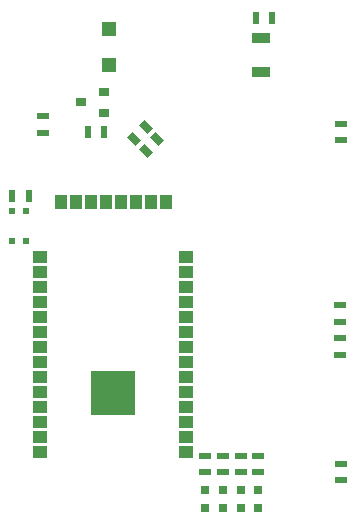
<source format=gbr>
%TF.GenerationSoftware,Altium Limited,Altium Designer,26.2.0 (7)*%
G04 Layer_Color=8421504*
%FSLAX45Y45*%
%MOMM*%
%TF.SameCoordinates,0EF2FD25-9F0B-49EC-8662-A35640DF5B91*%
%TF.FilePolarity,Positive*%
%TF.FileFunction,Paste,Top*%
%TF.Part,Single*%
G01*
G75*
%TA.AperFunction,SMDPad,CuDef*%
%ADD10R,1.00000X0.60000*%
%TA.AperFunction,ConnectorPad*%
%ADD11R,1.20000X1.00000*%
%TA.AperFunction,SMDPad,CuDef*%
%ADD12R,0.80000X0.80000*%
%ADD13R,0.60000X1.00000*%
%ADD14R,1.60000X0.90000*%
%ADD15R,0.90000X0.80000*%
%TA.AperFunction,ConnectorPad*%
%ADD16R,1.00000X1.20000*%
%TA.AperFunction,SMDPad,CuDef*%
%ADD17R,3.80000X3.80000*%
%ADD18R,0.60000X0.55000*%
G04:AMPARAMS|DCode=19|XSize=0.6mm|YSize=1mm|CornerRadius=0mm|HoleSize=0mm|Usage=FLASHONLY|Rotation=225.000|XOffset=0mm|YOffset=0mm|HoleType=Round|Shape=Rectangle|*
%AMROTATEDRECTD19*
4,1,4,-0.14142,0.56569,0.56569,-0.14142,0.14142,-0.56569,-0.56569,0.14142,-0.14142,0.56569,0.0*
%
%ADD19ROTATEDRECTD19*%

%ADD20R,1.22000X1.15000*%
D10*
X11985000Y7667500D02*
D03*
X12680000Y8662500D02*
D03*
Y8522500D02*
D03*
X12687500Y7460000D02*
D03*
X12680000Y8942500D02*
D03*
X12685000Y10477500D02*
D03*
Y10337500D02*
D03*
X12680000Y8802500D02*
D03*
X12687500Y7600000D02*
D03*
X11685000Y7667500D02*
D03*
X10162500Y10542500D02*
D03*
Y10402500D02*
D03*
X11835000Y7527500D02*
D03*
Y7667500D02*
D03*
X11985000Y7527500D02*
D03*
X11535000D02*
D03*
Y7667500D02*
D03*
X11685000Y7527500D02*
D03*
D11*
X11372500Y8208100D02*
D03*
Y8589100D02*
D03*
Y8335100D02*
D03*
Y8716100D02*
D03*
Y8462100D02*
D03*
Y8081100D02*
D03*
Y9351100D02*
D03*
Y7954100D02*
D03*
Y8843100D02*
D03*
Y8970100D02*
D03*
Y9097100D02*
D03*
Y9224100D02*
D03*
Y7827100D02*
D03*
Y7700100D02*
D03*
X10138500Y7827100D02*
D03*
Y9351100D02*
D03*
Y9224100D02*
D03*
Y9097100D02*
D03*
Y7700100D02*
D03*
Y8335100D02*
D03*
Y8843100D02*
D03*
Y8716100D02*
D03*
Y8589100D02*
D03*
Y8462100D02*
D03*
Y8208100D02*
D03*
Y8081100D02*
D03*
Y7954100D02*
D03*
Y8970100D02*
D03*
D12*
X11685000Y7227500D02*
D03*
X11835000D02*
D03*
X11985000D02*
D03*
X11535000D02*
D03*
Y7377500D02*
D03*
X11985000D02*
D03*
X11835000D02*
D03*
X11685000D02*
D03*
D13*
X12105000Y11372500D02*
D03*
X10040000Y9867500D02*
D03*
X9900000D02*
D03*
X11965000Y11372500D02*
D03*
X10680000Y10407500D02*
D03*
X10540000D02*
D03*
D14*
X12007500Y10915000D02*
D03*
Y11204999D02*
D03*
D15*
X10680000Y10750000D02*
D03*
Y10570000D02*
D03*
X10480000Y10660000D02*
D03*
D16*
X10438000Y9817500D02*
D03*
X11200000D02*
D03*
X11073000D02*
D03*
X10946000D02*
D03*
X10819000D02*
D03*
X10692000D02*
D03*
X10565000D02*
D03*
X10311000D02*
D03*
D17*
X10756500Y8200100D02*
D03*
D18*
X10020000Y9485000D02*
D03*
Y9740000D02*
D03*
X9901000Y9485000D02*
D03*
Y9740000D02*
D03*
D19*
X11030503Y10250502D02*
D03*
X11129498Y10349497D02*
D03*
X10933003Y10350503D02*
D03*
X11031998Y10449498D02*
D03*
D20*
X10722500Y10975000D02*
D03*
Y11285000D02*
D03*
%TF.MD5,bb6b86332b00d12addb2921d27244cbd*%
M02*

</source>
